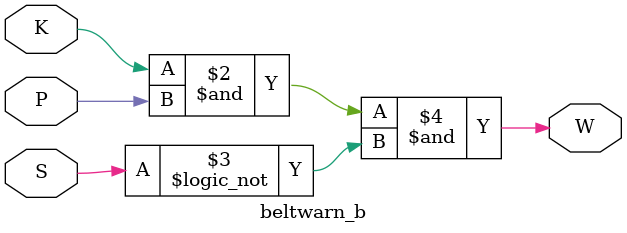
<source format=v>
module beltwarn_s(
	input wire K, P, S,
	output wire W );

wire N1, N2;

not Inv_1 (N2, S);
and And2_1(N1, K, P);
and And2_2(W, N1, N2);

endmodule

module beltwarn_b(
	input wire K, P, S,
	output reg W );


always@(K,P,S) begin
	W <= K & P & !S;
end

endmodule
</source>
